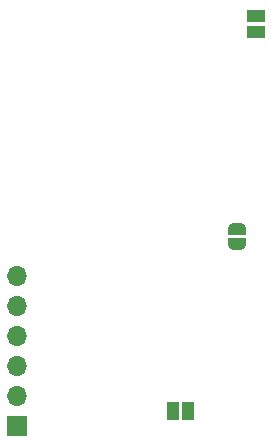
<source format=gbr>
%TF.GenerationSoftware,KiCad,Pcbnew,8.0.2-1*%
%TF.CreationDate,2025-02-04T16:39:30+07:00*%
%TF.ProjectId,ESP32-iPod-BLE,45535033-322d-4695-906f-642d424c452e,rev?*%
%TF.SameCoordinates,Original*%
%TF.FileFunction,Soldermask,Bot*%
%TF.FilePolarity,Negative*%
%FSLAX46Y46*%
G04 Gerber Fmt 4.6, Leading zero omitted, Abs format (unit mm)*
G04 Created by KiCad (PCBNEW 8.0.2-1) date 2025-02-04 16:39:30*
%MOMM*%
%LPD*%
G01*
G04 APERTURE LIST*
G04 Aperture macros list*
%AMFreePoly0*
4,1,19,0.500000,-0.750000,0.000000,-0.750000,0.000000,-0.744911,-0.071157,-0.744911,-0.207708,-0.704816,-0.327430,-0.627875,-0.420627,-0.520320,-0.479746,-0.390866,-0.500000,-0.250000,-0.500000,0.250000,-0.479746,0.390866,-0.420627,0.520320,-0.327430,0.627875,-0.207708,0.704816,-0.071157,0.744911,0.000000,0.744911,0.000000,0.750000,0.500000,0.750000,0.500000,-0.750000,0.500000,-0.750000,
$1*%
%AMFreePoly1*
4,1,19,0.000000,0.744911,0.071157,0.744911,0.207708,0.704816,0.327430,0.627875,0.420627,0.520320,0.479746,0.390866,0.500000,0.250000,0.500000,-0.250000,0.479746,-0.390866,0.420627,-0.520320,0.327430,-0.627875,0.207708,-0.704816,0.071157,-0.744911,0.000000,-0.744911,0.000000,-0.750000,-0.500000,-0.750000,-0.500000,0.750000,0.000000,0.750000,0.000000,0.744911,0.000000,0.744911,
$1*%
G04 Aperture macros list end*
%ADD10FreePoly0,270.000000*%
%ADD11FreePoly1,270.000000*%
%ADD12R,1.500000X1.000000*%
%ADD13R,1.000000X1.500000*%
%ADD14O,1.700000X1.700000*%
%ADD15R,1.700000X1.700000*%
G04 APERTURE END LIST*
D10*
%TO.C,JP6*%
X123900000Y-89100000D03*
D11*
X123900000Y-90399998D03*
%TD*%
D12*
%TO.C,JP2*%
X125500000Y-72399998D03*
X125500000Y-71100000D03*
%TD*%
D13*
%TO.C,JP1*%
X118450001Y-104500000D03*
X119749999Y-104500000D03*
%TD*%
D14*
%TO.C,J2*%
X105200000Y-93100000D03*
X105200000Y-95640000D03*
X105200000Y-98180000D03*
X105200000Y-100720001D03*
X105200000Y-103260000D03*
D15*
X105200000Y-105800000D03*
%TD*%
M02*

</source>
